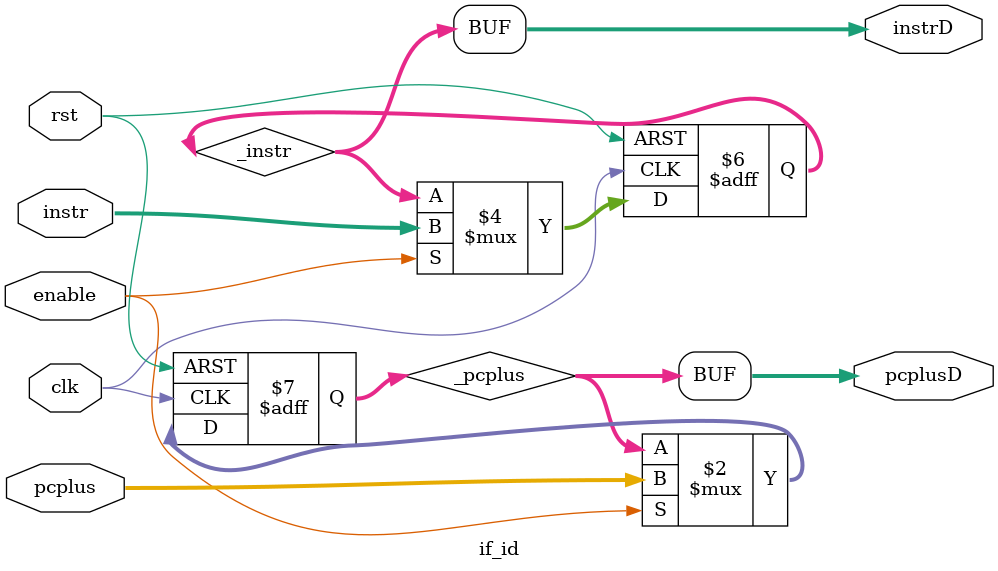
<source format=v>
module if_id (clk,rst,enable,instr,pcplus,instrD,pcplusD);
   input         clk,enable,rst;
   input [31:0]  instr,pcplus;
   output [31:0] instrD;
   output [31:0] pcplusD;

   reg [31:0]    _instr;
   reg [31:0]    _pcplus;

   always @(posedge clk or posedge rst) begin
      if (rst) begin
         _pcplus<=32'h0000_3004;
         _instr<=32'h0000_0000;
      end // if(rst)
      else if (enable) begin
         _instr<=instr;
         _pcplus<=pcplus;
      end
   end

   assign instrD=_instr;
   assign pcplusD=_pcplus;

endmodule // if_id

</source>
